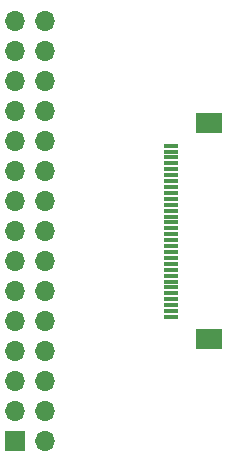
<source format=gts>
G04 #@! TF.GenerationSoftware,KiCad,Pcbnew,(6.0.8)*
G04 #@! TF.CreationDate,2023-01-26T09:35:14-06:00*
G04 #@! TF.ProjectId,flexible_connector,666c6578-6962-46c6-955f-636f6e6e6563,rev?*
G04 #@! TF.SameCoordinates,Original*
G04 #@! TF.FileFunction,Soldermask,Top*
G04 #@! TF.FilePolarity,Negative*
%FSLAX46Y46*%
G04 Gerber Fmt 4.6, Leading zero omitted, Abs format (unit mm)*
G04 Created by KiCad (PCBNEW (6.0.8)) date 2023-01-26 09:35:14*
%MOMM*%
%LPD*%
G01*
G04 APERTURE LIST*
%ADD10R,1.300000X0.300000*%
%ADD11R,2.200000X1.800000*%
%ADD12R,1.700000X1.700000*%
%ADD13O,1.700000X1.700000*%
G04 APERTURE END LIST*
D10*
X173450000Y-83450000D03*
X173450000Y-82950000D03*
X173450000Y-82450000D03*
X173450000Y-81950000D03*
X173450000Y-81450000D03*
X173450000Y-80950000D03*
X173450000Y-80450000D03*
X173450000Y-79950000D03*
X173450000Y-79450000D03*
X173450000Y-78950000D03*
X173450000Y-78450000D03*
X173450000Y-77950000D03*
X173450000Y-77450000D03*
X173450000Y-76950000D03*
X173450000Y-76450000D03*
X173450000Y-75950000D03*
X173450000Y-75450000D03*
X173450000Y-74950000D03*
X173450000Y-74450000D03*
X173450000Y-73950000D03*
X173450000Y-73450000D03*
X173450000Y-72950000D03*
X173450000Y-72450000D03*
X173450000Y-71950000D03*
X173450000Y-71450000D03*
X173450000Y-70950000D03*
X173450000Y-70450000D03*
X173450000Y-69950000D03*
X173450000Y-69450000D03*
X173450000Y-68950000D03*
D11*
X176700000Y-85350000D03*
X176700000Y-67050000D03*
D12*
X160310000Y-93950000D03*
D13*
X162850000Y-93950000D03*
X160310000Y-91410000D03*
X162850000Y-91410000D03*
X160310000Y-88870000D03*
X162850000Y-88870000D03*
X160310000Y-86330000D03*
X162850000Y-86330000D03*
X160310000Y-83790000D03*
X162850000Y-83790000D03*
X160310000Y-81250000D03*
X162850000Y-81250000D03*
X160310000Y-78710000D03*
X162850000Y-78710000D03*
X160310000Y-76170000D03*
X162850000Y-76170000D03*
X160310000Y-73630000D03*
X162850000Y-73630000D03*
X160310000Y-71090000D03*
X162850000Y-71090000D03*
X160310000Y-68550000D03*
X162850000Y-68550000D03*
X160310000Y-66010000D03*
X162850000Y-66010000D03*
X160310000Y-63470000D03*
X162850000Y-63470000D03*
X160310000Y-60930000D03*
X162850000Y-60930000D03*
X160310000Y-58390000D03*
X162850000Y-58390000D03*
M02*

</source>
